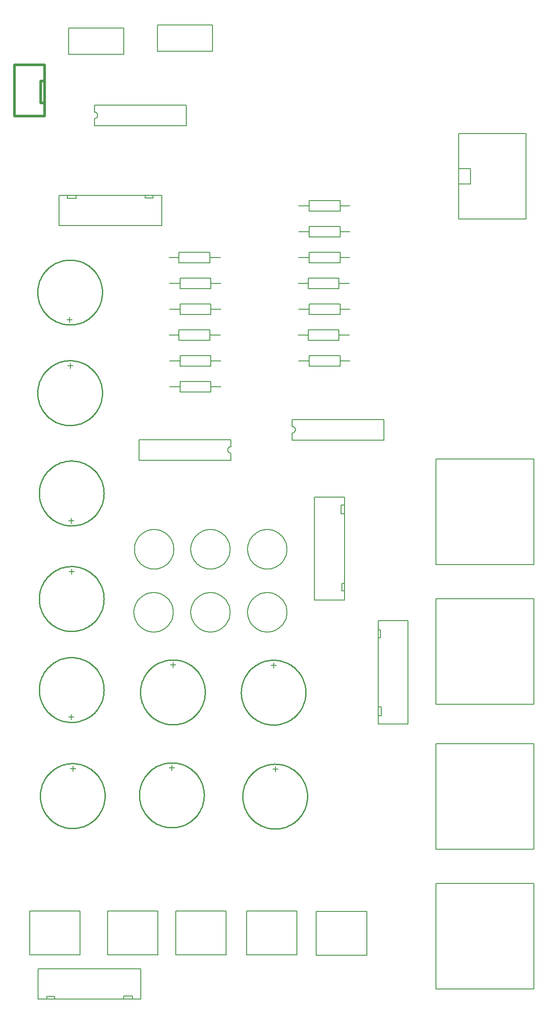
<source format=gm1>
G04*
G04 #@! TF.GenerationSoftware,Altium Limited,Altium Designer,20.2.6 (244)*
G04*
G04 Layer_Color=16711935*
%FSLAX25Y25*%
%MOIN*%
G70*
G04*
G04 #@! TF.SameCoordinates,D0101EB9-F9F5-49BF-87CF-733DA2BBE2A4*
G04*
G04*
G04 #@! TF.FilePolarity,Positive*
G04*
G01*
G75*
%ADD10C,0.01000*%
%ADD11C,0.00787*%
%ADD12C,0.01968*%
D10*
X638039Y546555D02*
X638019Y547554D01*
X637958Y548552D01*
X637857Y549546D01*
X637716Y550535D01*
X637535Y551518D01*
X637314Y552492D01*
X637053Y553457D01*
X636754Y554411D01*
X636417Y555351D01*
X636041Y556277D01*
X635629Y557188D01*
X635180Y558080D01*
X634695Y558954D01*
X634175Y559807D01*
X633621Y560639D01*
X633033Y561447D01*
X632413Y562231D01*
X631763Y562990D01*
X631081Y563721D01*
X630371Y564424D01*
X629633Y565097D01*
X628868Y565741D01*
X628078Y566352D01*
X627264Y566931D01*
X626427Y567477D01*
X625568Y567988D01*
X624689Y568465D01*
X623792Y568905D01*
X622878Y569308D01*
X621948Y569674D01*
X621004Y570002D01*
X620048Y570291D01*
X619080Y570542D01*
X618104Y570753D01*
X617119Y570924D01*
X616128Y571056D01*
X615133Y571147D01*
X614135Y571197D01*
X613136Y571207D01*
X612137Y571177D01*
X611140Y571106D01*
X610147Y570995D01*
X609160Y570844D01*
X608179Y570652D01*
X607206Y570422D01*
X606244Y570152D01*
X605294Y569843D01*
X604357Y569496D01*
X603435Y569111D01*
X602529Y568689D01*
X601641Y568231D01*
X600772Y567737D01*
X599924Y567208D01*
X599098Y566646D01*
X598295Y566050D01*
X597518Y565423D01*
X596766Y564764D01*
X596042Y564076D01*
X595346Y563359D01*
X594680Y562614D01*
X594044Y561842D01*
X593441Y561046D01*
X592870Y560226D01*
X592333Y559383D01*
X591830Y558519D01*
X591363Y557636D01*
X590932Y556735D01*
X590538Y555816D01*
X590181Y554883D01*
X589863Y553935D01*
X589583Y552976D01*
X589342Y552006D01*
X589141Y551027D01*
X588980Y550041D01*
X588859Y549049D01*
X588778Y548053D01*
X588737Y547055D01*
Y546055D01*
X588778Y545057D01*
X588859Y544061D01*
X588980Y543069D01*
X589141Y542083D01*
X589343Y541104D01*
X589583Y540134D01*
X589863Y539175D01*
X590181Y538228D01*
X590538Y537294D01*
X590932Y536376D01*
X591363Y535474D01*
X591830Y534591D01*
X592333Y533727D01*
X592870Y532884D01*
X593441Y532064D01*
X594044Y531268D01*
X594680Y530496D01*
X595346Y529751D01*
X596042Y529034D01*
X596766Y528346D01*
X597518Y527687D01*
X598295Y527060D01*
X599098Y526464D01*
X599924Y525902D01*
X600772Y525373D01*
X601641Y524879D01*
X602529Y524421D01*
X603435Y523999D01*
X604357Y523615D01*
X605294Y523267D01*
X606244Y522959D01*
X607206Y522689D01*
X608179Y522458D01*
X609160Y522266D01*
X610147Y522115D01*
X611140Y522004D01*
X612137Y521933D01*
X613136Y521903D01*
X614135Y521913D01*
X615133Y521964D01*
X616128Y522055D01*
X617119Y522186D01*
X618104Y522357D01*
X619080Y522568D01*
X620048Y522819D01*
X621004Y523108D01*
X621948Y523436D01*
X622878Y523802D01*
X623792Y524206D01*
X624689Y524646D01*
X625568Y525122D01*
X626427Y525633D01*
X627264Y526179D01*
X628078Y526758D01*
X628868Y527369D01*
X629633Y528013D01*
X630371Y528686D01*
X631081Y529389D01*
X631763Y530121D01*
X632413Y530879D01*
X633033Y531663D01*
X633621Y532471D01*
X634175Y533303D01*
X634695Y534156D01*
X635180Y535030D01*
X635629Y535923D01*
X636041Y536833D01*
X636417Y537759D01*
X636754Y538699D01*
X637053Y539653D01*
X637314Y540618D01*
X637535Y541592D01*
X637716Y542575D01*
X637857Y543564D01*
X637958Y544558D01*
X638019Y545556D01*
X638039Y546555D01*
X639220Y389862D02*
X639200Y390861D01*
X639139Y391859D01*
X639038Y392853D01*
X638897Y393842D01*
X638716Y394825D01*
X638495Y395799D01*
X638235Y396764D01*
X637935Y397718D01*
X637598Y398658D01*
X637222Y399585D01*
X636810Y400495D01*
X636361Y401387D01*
X635876Y402261D01*
X635356Y403114D01*
X634802Y403946D01*
X634214Y404754D01*
X633595Y405538D01*
X632944Y406297D01*
X632263Y407028D01*
X631552Y407731D01*
X630814Y408405D01*
X630050Y409048D01*
X629259Y409659D01*
X628445Y410239D01*
X627608Y410784D01*
X626749Y411296D01*
X625871Y411772D01*
X624973Y412212D01*
X624059Y412615D01*
X623129Y412981D01*
X622185Y413309D01*
X621229Y413598D01*
X620261Y413849D01*
X619285Y414060D01*
X618300Y414231D01*
X617310Y414363D01*
X616314Y414454D01*
X615316Y414504D01*
X614317Y414514D01*
X613318Y414484D01*
X612322Y414413D01*
X611328Y414302D01*
X610341Y414151D01*
X609360Y413960D01*
X608388Y413729D01*
X607425Y413459D01*
X606475Y413150D01*
X605538Y412803D01*
X604616Y412418D01*
X603710Y411996D01*
X602822Y411538D01*
X601953Y411044D01*
X601105Y410516D01*
X600279Y409953D01*
X599476Y409358D01*
X598699Y408730D01*
X597947Y408072D01*
X597223Y407383D01*
X596527Y406666D01*
X595861Y405921D01*
X595225Y405150D01*
X594622Y404353D01*
X594051Y403533D01*
X593514Y402690D01*
X593011Y401827D01*
X592544Y400943D01*
X592113Y400042D01*
X591719Y399123D01*
X591362Y398190D01*
X591044Y397242D01*
X590764Y396283D01*
X590524Y395313D01*
X590322Y394335D01*
X590161Y393348D01*
X590040Y392356D01*
X589959Y391360D01*
X589919Y390362D01*
Y389363D01*
X589959Y388364D01*
X590040Y387368D01*
X590161Y386376D01*
X590322Y385390D01*
X590524Y384411D01*
X590764Y383441D01*
X591044Y382482D01*
X591362Y381535D01*
X591719Y380601D01*
X592113Y379683D01*
X592544Y378781D01*
X593011Y377898D01*
X593514Y377034D01*
X594051Y376191D01*
X594622Y375371D01*
X595225Y374575D01*
X595861Y373803D01*
X596527Y373059D01*
X597223Y372341D01*
X597947Y371653D01*
X598699Y370994D01*
X599476Y370367D01*
X600279Y369771D01*
X601105Y369209D01*
X601953Y368680D01*
X602822Y368186D01*
X603710Y367728D01*
X604616Y367306D01*
X605538Y366922D01*
X606475Y366575D01*
X607425Y366266D01*
X608388Y365996D01*
X609360Y365765D01*
X610341Y365574D01*
X611328Y365422D01*
X612322Y365311D01*
X613318Y365240D01*
X614317Y365210D01*
X615316Y365220D01*
X616314Y365271D01*
X617310Y365362D01*
X618300Y365493D01*
X619285Y365664D01*
X620261Y365875D01*
X621229Y366126D01*
X622185Y366415D01*
X623129Y366743D01*
X624059Y367109D01*
X624973Y367513D01*
X625871Y367953D01*
X626749Y368429D01*
X627608Y368940D01*
X628445Y369486D01*
X629259Y370065D01*
X630050Y370677D01*
X630814Y371320D01*
X631552Y371993D01*
X632263Y372697D01*
X632944Y373428D01*
X633595Y374186D01*
X634214Y374970D01*
X634802Y375778D01*
X635356Y376610D01*
X635876Y377463D01*
X636361Y378337D01*
X636810Y379230D01*
X637222Y380140D01*
X637598Y381066D01*
X637935Y382007D01*
X638235Y382960D01*
X638495Y383925D01*
X638716Y384899D01*
X638897Y385882D01*
X639038Y386871D01*
X639139Y387866D01*
X639200Y388863D01*
X639220Y389862D01*
X638039Y623130D02*
X638019Y624129D01*
X637958Y625127D01*
X637857Y626121D01*
X637716Y627110D01*
X637535Y628093D01*
X637314Y629067D01*
X637053Y630032D01*
X636754Y630985D01*
X636417Y631926D01*
X636041Y632852D01*
X635629Y633762D01*
X635180Y634655D01*
X634695Y635529D01*
X634175Y636382D01*
X633620Y637214D01*
X633033Y638022D01*
X632413Y638806D01*
X631763Y639564D01*
X631081Y640296D01*
X630371Y640999D01*
X629633Y641672D01*
X628868Y642315D01*
X628078Y642927D01*
X627264Y643506D01*
X626427Y644052D01*
X625568Y644563D01*
X624689Y645039D01*
X623792Y645479D01*
X622878Y645883D01*
X621948Y646249D01*
X621004Y646577D01*
X620048Y646866D01*
X619080Y647117D01*
X618104Y647328D01*
X617119Y647499D01*
X616128Y647630D01*
X615133Y647721D01*
X614135Y647772D01*
X613136Y647782D01*
X612137Y647752D01*
X611140Y647681D01*
X610147Y647570D01*
X609159Y647418D01*
X608179Y647227D01*
X607206Y646996D01*
X606244Y646726D01*
X605294Y646418D01*
X604357Y646070D01*
X603434Y645686D01*
X602528Y645264D01*
X601640Y644806D01*
X600772Y644312D01*
X599924Y643783D01*
X599098Y643221D01*
X598295Y642625D01*
X597518Y641998D01*
X596766Y641339D01*
X596042Y640651D01*
X595346Y639933D01*
X594680Y639188D01*
X594044Y638417D01*
X593441Y637621D01*
X592870Y636801D01*
X592333Y635958D01*
X591830Y635094D01*
X591363Y634211D01*
X590932Y633309D01*
X590538Y632391D01*
X590181Y631458D01*
X589863Y630510D01*
X589583Y629551D01*
X589342Y628581D01*
X589141Y627602D01*
X588980Y626616D01*
X588859Y625624D01*
X588778Y624628D01*
X588737Y623630D01*
Y622630D01*
X588778Y621632D01*
X588859Y620636D01*
X588980Y619644D01*
X589141Y618658D01*
X589342Y617679D01*
X589583Y616709D01*
X589863Y615750D01*
X590181Y614802D01*
X590538Y613869D01*
X590932Y612951D01*
X591363Y612049D01*
X591830Y611166D01*
X592333Y610302D01*
X592870Y609459D01*
X593441Y608639D01*
X594044Y607842D01*
X594680Y607071D01*
X595346Y606326D01*
X596042Y605609D01*
X596766Y604921D01*
X597518Y604262D01*
X598295Y603635D01*
X599098Y603039D01*
X599924Y602476D01*
X600772Y601948D01*
X601641Y601454D01*
X602529Y600996D01*
X603435Y600574D01*
X604357Y600189D01*
X605294Y599842D01*
X606244Y599533D01*
X607206Y599263D01*
X608179Y599033D01*
X609160Y598841D01*
X610147Y598690D01*
X611140Y598579D01*
X612137Y598508D01*
X613136Y598478D01*
X614135Y598488D01*
X615133Y598538D01*
X616128Y598630D01*
X617119Y598761D01*
X618104Y598932D01*
X619080Y599143D01*
X620048Y599394D01*
X621004Y599683D01*
X621948Y600011D01*
X622878Y600377D01*
X623792Y600780D01*
X624689Y601221D01*
X625568Y601697D01*
X626427Y602208D01*
X627264Y602754D01*
X628078Y603333D01*
X628868Y603944D01*
X629633Y604588D01*
X630371Y605261D01*
X631081Y605964D01*
X631763Y606696D01*
X632413Y607454D01*
X633033Y608238D01*
X633620Y609046D01*
X634175Y609878D01*
X634694Y610731D01*
X635180Y611605D01*
X635629Y612498D01*
X636041Y613408D01*
X636417Y614334D01*
X636754Y615274D01*
X637053Y616228D01*
X637314Y617193D01*
X637535Y618167D01*
X637716Y619150D01*
X637857Y620139D01*
X637958Y621133D01*
X638019Y622131D01*
X638039Y623130D01*
X639220Y320571D02*
X639200Y321570D01*
X639139Y322567D01*
X639038Y323562D01*
X638897Y324551D01*
X638716Y325534D01*
X638495Y326508D01*
X638235Y327473D01*
X637935Y328426D01*
X637598Y329367D01*
X637222Y330293D01*
X636810Y331203D01*
X636361Y332096D01*
X635876Y332970D01*
X635356Y333823D01*
X634802Y334655D01*
X634214Y335463D01*
X633595Y336247D01*
X632944Y337005D01*
X632263Y337737D01*
X631552Y338439D01*
X630814Y339113D01*
X630050Y339756D01*
X629259Y340368D01*
X628445Y340947D01*
X627608Y341493D01*
X626749Y342004D01*
X625871Y342480D01*
X624973Y342920D01*
X624059Y343324D01*
X623129Y343690D01*
X622185Y344018D01*
X621229Y344307D01*
X620261Y344558D01*
X619285Y344769D01*
X618300Y344940D01*
X617310Y345071D01*
X616314Y345162D01*
X615316Y345213D01*
X614317Y345223D01*
X613318Y345193D01*
X612322Y345122D01*
X611328Y345011D01*
X610341Y344859D01*
X609360Y344668D01*
X608388Y344437D01*
X607425Y344167D01*
X606475Y343859D01*
X605538Y343512D01*
X604616Y343127D01*
X603710Y342705D01*
X602822Y342247D01*
X601953Y341753D01*
X601105Y341224D01*
X600279Y340662D01*
X599476Y340066D01*
X598699Y339439D01*
X597947Y338780D01*
X597223Y338092D01*
X596527Y337374D01*
X595861Y336630D01*
X595225Y335858D01*
X594622Y335062D01*
X594051Y334242D01*
X593514Y333399D01*
X593011Y332535D01*
X592544Y331652D01*
X592113Y330750D01*
X591719Y329832D01*
X591362Y328898D01*
X591044Y327951D01*
X590764Y326992D01*
X590524Y326022D01*
X590322Y325043D01*
X590161Y324057D01*
X590040Y323065D01*
X589959Y322069D01*
X589919Y321071D01*
Y320071D01*
X589959Y319073D01*
X590040Y318077D01*
X590161Y317085D01*
X590322Y316098D01*
X590524Y315120D01*
X590764Y314150D01*
X591044Y313191D01*
X591362Y312243D01*
X591719Y311310D01*
X592113Y310391D01*
X592544Y309490D01*
X593011Y308606D01*
X593514Y307743D01*
X594051Y306900D01*
X594622Y306080D01*
X595225Y305283D01*
X595861Y304512D01*
X596527Y303767D01*
X597223Y303050D01*
X597947Y302362D01*
X598699Y301703D01*
X599476Y301075D01*
X600279Y300480D01*
X601105Y299917D01*
X601953Y299389D01*
X602822Y298895D01*
X603710Y298437D01*
X604616Y298015D01*
X605538Y297630D01*
X606475Y297283D01*
X607425Y296974D01*
X608388Y296704D01*
X609360Y296474D01*
X610341Y296282D01*
X611329Y296131D01*
X612322Y296020D01*
X613318Y295949D01*
X614317Y295919D01*
X615316Y295929D01*
X616314Y295979D01*
X617310Y296070D01*
X618300Y296202D01*
X619285Y296373D01*
X620261Y296584D01*
X621229Y296834D01*
X622185Y297124D01*
X623129Y297452D01*
X624059Y297818D01*
X624973Y298221D01*
X625871Y298661D01*
X626749Y299137D01*
X627608Y299649D01*
X628445Y300195D01*
X629259Y300774D01*
X630050Y301385D01*
X630814Y302028D01*
X631552Y302702D01*
X632263Y303405D01*
X632944Y304136D01*
X633595Y304895D01*
X634214Y305679D01*
X634802Y306487D01*
X635356Y307319D01*
X635876Y308172D01*
X636361Y309046D01*
X636810Y309938D01*
X637222Y310849D01*
X637598Y311775D01*
X637935Y312715D01*
X638235Y313669D01*
X638495Y314633D01*
X638716Y315608D01*
X638897Y316591D01*
X639038Y317580D01*
X639139Y318574D01*
X639200Y319572D01*
X639220Y320571D01*
Y470177D02*
X639200Y471176D01*
X639139Y472174D01*
X639038Y473168D01*
X638897Y474157D01*
X638716Y475140D01*
X638495Y476114D01*
X638235Y477079D01*
X637935Y478033D01*
X637598Y478973D01*
X637222Y479899D01*
X636810Y480810D01*
X636361Y481702D01*
X635876Y482576D01*
X635356Y483429D01*
X634802Y484261D01*
X634214Y485069D01*
X633595Y485853D01*
X632944Y486612D01*
X632263Y487343D01*
X631552Y488046D01*
X630814Y488720D01*
X630050Y489363D01*
X629259Y489974D01*
X628445Y490554D01*
X627608Y491099D01*
X626749Y491610D01*
X625871Y492087D01*
X624973Y492527D01*
X624059Y492930D01*
X623129Y493296D01*
X622185Y493624D01*
X621229Y493914D01*
X620261Y494164D01*
X619285Y494375D01*
X618300Y494546D01*
X617310Y494678D01*
X616314Y494769D01*
X615316Y494819D01*
X614317Y494829D01*
X613318Y494799D01*
X612322Y494728D01*
X611328Y494617D01*
X610341Y494466D01*
X609360Y494275D01*
X608388Y494044D01*
X607425Y493774D01*
X606475Y493465D01*
X605538Y493118D01*
X604616Y492733D01*
X603710Y492311D01*
X602822Y491853D01*
X601953Y491359D01*
X601105Y490831D01*
X600279Y490268D01*
X599476Y489673D01*
X598699Y489045D01*
X597947Y488386D01*
X597223Y487698D01*
X596527Y486981D01*
X595861Y486236D01*
X595225Y485464D01*
X594622Y484668D01*
X594051Y483848D01*
X593514Y483005D01*
X593011Y482141D01*
X592544Y481258D01*
X592113Y480357D01*
X591719Y479438D01*
X591362Y478505D01*
X591044Y477558D01*
X590764Y476598D01*
X590524Y475628D01*
X590322Y474649D01*
X590161Y473663D01*
X590040Y472671D01*
X589959Y471675D01*
X589919Y470677D01*
Y469677D01*
X589959Y468679D01*
X590040Y467683D01*
X590161Y466691D01*
X590322Y465705D01*
X590524Y464726D01*
X590764Y463756D01*
X591044Y462797D01*
X591362Y461849D01*
X591719Y460916D01*
X592113Y459998D01*
X592544Y459096D01*
X593011Y458213D01*
X593514Y457349D01*
X594051Y456506D01*
X594622Y455686D01*
X595225Y454890D01*
X595861Y454118D01*
X596527Y453374D01*
X597223Y452656D01*
X597947Y451968D01*
X598699Y451309D01*
X599476Y450682D01*
X600279Y450086D01*
X601105Y449524D01*
X601953Y448995D01*
X602822Y448501D01*
X603710Y448043D01*
X604616Y447621D01*
X605538Y447236D01*
X606475Y446889D01*
X607425Y446581D01*
X608388Y446311D01*
X609360Y446080D01*
X610341Y445889D01*
X611329Y445737D01*
X612322Y445626D01*
X613318Y445555D01*
X614317Y445525D01*
X615316Y445535D01*
X616314Y445586D01*
X617310Y445677D01*
X618300Y445808D01*
X619285Y445979D01*
X620261Y446190D01*
X621229Y446441D01*
X622185Y446730D01*
X623129Y447058D01*
X624059Y447424D01*
X624973Y447828D01*
X625871Y448268D01*
X626749Y448744D01*
X627608Y449255D01*
X628445Y449801D01*
X629259Y450380D01*
X630050Y450992D01*
X630814Y451635D01*
X631552Y452309D01*
X632263Y453012D01*
X632944Y453743D01*
X633595Y454501D01*
X634214Y455285D01*
X634802Y456093D01*
X635356Y456925D01*
X635876Y457778D01*
X636361Y458652D01*
X636810Y459545D01*
X637222Y460455D01*
X637598Y461381D01*
X637935Y462322D01*
X638235Y463275D01*
X638495Y464240D01*
X638716Y465214D01*
X638897Y466197D01*
X639038Y467186D01*
X639139Y468181D01*
X639200Y469178D01*
X639220Y470177D01*
X640008Y239862D02*
X639988Y240861D01*
X639927Y241859D01*
X639826Y242853D01*
X639684Y243842D01*
X639503Y244825D01*
X639282Y245799D01*
X639022Y246764D01*
X638723Y247718D01*
X638385Y248658D01*
X638010Y249585D01*
X637597Y250495D01*
X637148Y251387D01*
X636663Y252261D01*
X636143Y253114D01*
X635589Y253946D01*
X635002Y254754D01*
X634382Y255538D01*
X633731Y256297D01*
X633050Y257028D01*
X632340Y257731D01*
X631602Y258405D01*
X630837Y259048D01*
X630047Y259660D01*
X629232Y260239D01*
X628395Y260784D01*
X627537Y261296D01*
X626658Y261772D01*
X625761Y262212D01*
X624847Y262615D01*
X623917Y262981D01*
X622973Y263309D01*
X622016Y263599D01*
X621049Y263849D01*
X620072Y264060D01*
X619088Y264231D01*
X618097Y264363D01*
X617102Y264454D01*
X616104Y264504D01*
X615104Y264514D01*
X614106Y264484D01*
X613109Y264413D01*
X612116Y264302D01*
X611128Y264151D01*
X610147Y263960D01*
X609175Y263729D01*
X608213Y263459D01*
X607262Y263150D01*
X606325Y262803D01*
X605403Y262418D01*
X604497Y261996D01*
X603609Y261538D01*
X602740Y261044D01*
X601892Y260516D01*
X601066Y259953D01*
X600264Y259358D01*
X599486Y258730D01*
X598735Y258071D01*
X598010Y257383D01*
X597315Y256666D01*
X596648Y255921D01*
X596013Y255150D01*
X595409Y254353D01*
X594838Y253533D01*
X594301Y252690D01*
X593799Y251827D01*
X593331Y250943D01*
X592901Y250042D01*
X592507Y249123D01*
X592150Y248190D01*
X591831Y247243D01*
X591552Y246283D01*
X591311Y245313D01*
X591110Y244335D01*
X590949Y243348D01*
X590827Y242356D01*
X590746Y241360D01*
X590706Y240362D01*
Y239363D01*
X590746Y238364D01*
X590827Y237368D01*
X590949Y236376D01*
X591110Y235390D01*
X591311Y234411D01*
X591552Y233441D01*
X591831Y232482D01*
X592150Y231535D01*
X592507Y230601D01*
X592901Y229683D01*
X593332Y228781D01*
X593799Y227898D01*
X594301Y227034D01*
X594838Y226191D01*
X595409Y225371D01*
X596013Y224575D01*
X596648Y223804D01*
X597315Y223059D01*
X598010Y222341D01*
X598735Y221653D01*
X599486Y220994D01*
X600264Y220367D01*
X601066Y219771D01*
X601892Y219209D01*
X602740Y218680D01*
X603609Y218186D01*
X604497Y217728D01*
X605403Y217306D01*
X606325Y216922D01*
X607263Y216575D01*
X608213Y216266D01*
X609175Y215996D01*
X610147Y215765D01*
X611128Y215574D01*
X612116Y215422D01*
X613109Y215311D01*
X614106Y215240D01*
X615105Y215210D01*
X616104Y215220D01*
X617102Y215271D01*
X618097Y215362D01*
X619088Y215493D01*
X620072Y215664D01*
X621049Y215875D01*
X622016Y216126D01*
X622973Y216415D01*
X623917Y216743D01*
X624847Y217109D01*
X625761Y217513D01*
X626658Y217953D01*
X627537Y218429D01*
X628395Y218940D01*
X629232Y219486D01*
X630047Y220065D01*
X630837Y220677D01*
X631602Y221320D01*
X632340Y221994D01*
X633050Y222697D01*
X633731Y223428D01*
X634382Y224186D01*
X635002Y224970D01*
X635589Y225779D01*
X636143Y226610D01*
X636663Y227463D01*
X637148Y228337D01*
X637597Y229230D01*
X638010Y230140D01*
X638385Y231066D01*
X638723Y232007D01*
X639022Y232960D01*
X639282Y233925D01*
X639503Y234899D01*
X639684Y235882D01*
X639826Y236871D01*
X639927Y237866D01*
X639988Y238863D01*
X640008Y239862D01*
X716385Y318799D02*
X716364Y319798D01*
X716303Y320796D01*
X716202Y321790D01*
X716061Y322779D01*
X715880Y323762D01*
X715659Y324736D01*
X715399Y325701D01*
X715099Y326655D01*
X714762Y327595D01*
X714387Y328521D01*
X713974Y329431D01*
X713525Y330324D01*
X713040Y331198D01*
X712520Y332051D01*
X711966Y332883D01*
X711378Y333691D01*
X710759Y334475D01*
X710108Y335233D01*
X709427Y335965D01*
X708716Y336668D01*
X707978Y337341D01*
X707214Y337984D01*
X706423Y338596D01*
X705609Y339175D01*
X704772Y339721D01*
X703913Y340232D01*
X703035Y340708D01*
X702137Y341148D01*
X701223Y341552D01*
X700293Y341918D01*
X699349Y342246D01*
X698393Y342535D01*
X697426Y342786D01*
X696449Y342997D01*
X695464Y343168D01*
X694474Y343300D01*
X693478Y343390D01*
X692480Y343441D01*
X691481Y343451D01*
X690482Y343421D01*
X689486Y343350D01*
X688492Y343239D01*
X687505Y343088D01*
X686524Y342896D01*
X685552Y342666D01*
X684589Y342395D01*
X683639Y342087D01*
X682702Y341740D01*
X681780Y341355D01*
X680874Y340933D01*
X679986Y340475D01*
X679117Y339981D01*
X678269Y339453D01*
X677443Y338890D01*
X676641Y338294D01*
X675863Y337667D01*
X675111Y337008D01*
X674387Y336320D01*
X673691Y335602D01*
X673025Y334858D01*
X672390Y334086D01*
X671786Y333290D01*
X671215Y332470D01*
X670678Y331627D01*
X670175Y330763D01*
X669708Y329880D01*
X669277Y328978D01*
X668883Y328060D01*
X668527Y327127D01*
X668208Y326179D01*
X667928Y325220D01*
X667688Y324250D01*
X667487Y323271D01*
X667325Y322285D01*
X667204Y321293D01*
X667123Y320297D01*
X667083Y319299D01*
Y318299D01*
X667123Y317301D01*
X667204Y316305D01*
X667325Y315313D01*
X667487Y314327D01*
X667688Y313348D01*
X667928Y312378D01*
X668208Y311419D01*
X668527Y310471D01*
X668883Y309538D01*
X669277Y308619D01*
X669708Y307718D01*
X670175Y306835D01*
X670678Y305971D01*
X671215Y305128D01*
X671786Y304308D01*
X672390Y303512D01*
X673025Y302740D01*
X673691Y301995D01*
X674387Y301278D01*
X675111Y300590D01*
X675863Y299931D01*
X676641Y299304D01*
X677443Y298708D01*
X678269Y298146D01*
X679117Y297617D01*
X679986Y297123D01*
X680874Y296665D01*
X681780Y296243D01*
X682702Y295858D01*
X683639Y295511D01*
X684589Y295202D01*
X685552Y294933D01*
X686524Y294702D01*
X687505Y294510D01*
X688493Y294359D01*
X689486Y294248D01*
X690482Y294177D01*
X691481Y294147D01*
X692481Y294157D01*
X693478Y294208D01*
X694474Y294299D01*
X695464Y294430D01*
X696449Y294601D01*
X697426Y294812D01*
X698393Y295063D01*
X699349Y295352D01*
X700293Y295680D01*
X701223Y296046D01*
X702138Y296449D01*
X703035Y296890D01*
X703913Y297366D01*
X704772Y297877D01*
X705609Y298423D01*
X706423Y299002D01*
X707214Y299613D01*
X707978Y300257D01*
X708716Y300930D01*
X709427Y301633D01*
X710108Y302365D01*
X710759Y303123D01*
X711378Y303907D01*
X711966Y304715D01*
X712520Y305547D01*
X713040Y306400D01*
X713525Y307274D01*
X713974Y308167D01*
X714387Y309077D01*
X714762Y310003D01*
X715099Y310943D01*
X715399Y311897D01*
X715659Y312862D01*
X715880Y313836D01*
X716061Y314819D01*
X716202Y315808D01*
X716303Y316802D01*
X716364Y317800D01*
X716385Y318799D01*
X794337Y239468D02*
X794317Y240468D01*
X794256Y241465D01*
X794155Y242459D01*
X794014Y243448D01*
X793833Y244431D01*
X793612Y245406D01*
X793352Y246370D01*
X793052Y247324D01*
X792715Y248265D01*
X792339Y249191D01*
X791927Y250101D01*
X791478Y250993D01*
X790993Y251867D01*
X790473Y252720D01*
X789919Y253552D01*
X789331Y254361D01*
X788712Y255145D01*
X788061Y255903D01*
X787380Y256634D01*
X786669Y257337D01*
X785931Y258011D01*
X785166Y258654D01*
X784376Y259266D01*
X783562Y259845D01*
X782725Y260390D01*
X781866Y260902D01*
X780987Y261378D01*
X780090Y261818D01*
X779176Y262221D01*
X778246Y262587D01*
X777302Y262915D01*
X776346Y263205D01*
X775378Y263455D01*
X774402Y263666D01*
X773417Y263838D01*
X772426Y263969D01*
X771431Y264060D01*
X770433Y264110D01*
X769434Y264121D01*
X768435Y264090D01*
X767438Y264019D01*
X766445Y263908D01*
X765457Y263757D01*
X764477Y263566D01*
X763504Y263335D01*
X762542Y263065D01*
X761592Y262756D01*
X760655Y262409D01*
X759732Y262024D01*
X758827Y261602D01*
X757938Y261144D01*
X757070Y260650D01*
X756222Y260122D01*
X755396Y259559D01*
X754593Y258964D01*
X753816Y258336D01*
X753064Y257678D01*
X752340Y256989D01*
X751644Y256272D01*
X750978Y255527D01*
X750342Y254756D01*
X749739Y253959D01*
X749168Y253139D01*
X748631Y252296D01*
X748128Y251433D01*
X747661Y250549D01*
X747230Y249648D01*
X746836Y248729D01*
X746479Y247796D01*
X746161Y246849D01*
X745881Y245889D01*
X745641Y244919D01*
X745439Y243941D01*
X745278Y242954D01*
X745157Y241963D01*
X745076Y240966D01*
X745035Y239968D01*
Y238969D01*
X745076Y237970D01*
X745157Y236974D01*
X745278Y235982D01*
X745439Y234996D01*
X745641Y234017D01*
X745881Y233047D01*
X746161Y232088D01*
X746479Y231141D01*
X746836Y230207D01*
X747230Y229289D01*
X747661Y228387D01*
X748128Y227504D01*
X748631Y226640D01*
X749168Y225798D01*
X749739Y224977D01*
X750342Y224181D01*
X750978Y223410D01*
X751644Y222665D01*
X752340Y221948D01*
X753064Y221259D01*
X753816Y220601D01*
X754593Y219973D01*
X755396Y219377D01*
X756222Y218815D01*
X757070Y218286D01*
X757939Y217793D01*
X758827Y217334D01*
X759733Y216913D01*
X760655Y216528D01*
X761592Y216181D01*
X762542Y215872D01*
X763505Y215602D01*
X764477Y215371D01*
X765458Y215180D01*
X766445Y215029D01*
X767439Y214917D01*
X768435Y214846D01*
X769434Y214816D01*
X770433Y214826D01*
X771431Y214877D01*
X772427Y214968D01*
X773417Y215099D01*
X774402Y215270D01*
X775378Y215482D01*
X776346Y215732D01*
X777302Y216021D01*
X778246Y216350D01*
X779176Y216716D01*
X780090Y217119D01*
X780988Y217559D01*
X781866Y218035D01*
X782725Y218546D01*
X783562Y219092D01*
X784376Y219671D01*
X785166Y220283D01*
X785931Y220926D01*
X786669Y221600D01*
X787380Y222303D01*
X788061Y223034D01*
X788712Y223792D01*
X789331Y224576D01*
X789919Y225385D01*
X790473Y226216D01*
X790993Y227069D01*
X791478Y227943D01*
X791927Y228836D01*
X792339Y229746D01*
X792715Y230672D01*
X793052Y231613D01*
X793351Y232566D01*
X793612Y233531D01*
X793833Y234506D01*
X794014Y235488D01*
X794155Y236478D01*
X794256Y237472D01*
X794317Y238469D01*
X794337Y239468D01*
X715597Y240453D02*
X715577Y241452D01*
X715516Y242449D01*
X715415Y243443D01*
X715274Y244433D01*
X715093Y245415D01*
X714872Y246390D01*
X714611Y247355D01*
X714312Y248308D01*
X713975Y249249D01*
X713599Y250175D01*
X713187Y251085D01*
X712737Y251978D01*
X712253Y252852D01*
X711732Y253705D01*
X711178Y254537D01*
X710591Y255345D01*
X709971Y256129D01*
X709320Y256887D01*
X708639Y257618D01*
X707929Y258321D01*
X707191Y258995D01*
X706426Y259638D01*
X705636Y260250D01*
X704822Y260829D01*
X703984Y261375D01*
X703126Y261886D01*
X702247Y262362D01*
X701350Y262802D01*
X700436Y263206D01*
X699506Y263572D01*
X698562Y263899D01*
X697606Y264189D01*
X696638Y264440D01*
X695661Y264651D01*
X694677Y264822D01*
X693686Y264953D01*
X692691Y265044D01*
X691693Y265095D01*
X690694Y265105D01*
X689695Y265074D01*
X688698Y265004D01*
X687705Y264893D01*
X686717Y264741D01*
X685737Y264550D01*
X684764Y264319D01*
X683802Y264049D01*
X682852Y263740D01*
X681915Y263393D01*
X680992Y263008D01*
X680086Y262587D01*
X679198Y262128D01*
X678330Y261635D01*
X677482Y261106D01*
X676656Y260544D01*
X675853Y259948D01*
X675075Y259320D01*
X674324Y258662D01*
X673600Y257974D01*
X672904Y257256D01*
X672238Y256511D01*
X671602Y255740D01*
X670999Y254944D01*
X670428Y254123D01*
X669890Y253281D01*
X669388Y252417D01*
X668921Y251534D01*
X668490Y250632D01*
X668096Y249714D01*
X667739Y248780D01*
X667421Y247833D01*
X667141Y246874D01*
X666900Y245904D01*
X666699Y244925D01*
X666538Y243939D01*
X666417Y242947D01*
X666336Y241951D01*
X666295Y240952D01*
Y239953D01*
X666336Y238954D01*
X666417Y237959D01*
X666538Y236967D01*
X666699Y235980D01*
X666900Y235001D01*
X667141Y234032D01*
X667421Y233072D01*
X667739Y232125D01*
X668096Y231191D01*
X668490Y230273D01*
X668921Y229372D01*
X669388Y228488D01*
X669891Y227625D01*
X670428Y226782D01*
X670999Y225962D01*
X671602Y225165D01*
X672238Y224394D01*
X672904Y223649D01*
X673600Y222932D01*
X674324Y222243D01*
X675075Y221585D01*
X675853Y220957D01*
X676656Y220362D01*
X677482Y219799D01*
X678330Y219271D01*
X679198Y218777D01*
X680087Y218319D01*
X680992Y217897D01*
X681915Y217512D01*
X682852Y217165D01*
X683802Y216856D01*
X684764Y216586D01*
X685737Y216355D01*
X686717Y216164D01*
X687705Y216013D01*
X688698Y215902D01*
X689695Y215831D01*
X690694Y215800D01*
X691693Y215811D01*
X692691Y215861D01*
X693686Y215952D01*
X694677Y216084D01*
X695661Y216255D01*
X696638Y216466D01*
X697606Y216716D01*
X698562Y217006D01*
X699506Y217334D01*
X700436Y217700D01*
X701350Y218103D01*
X702247Y218543D01*
X703126Y219019D01*
X703984Y219531D01*
X704822Y220076D01*
X705636Y220655D01*
X706426Y221267D01*
X707191Y221910D01*
X707929Y222584D01*
X708639Y223287D01*
X709320Y224018D01*
X709971Y224777D01*
X710591Y225560D01*
X711178Y226369D01*
X711732Y227201D01*
X712252Y228054D01*
X712737Y228928D01*
X713187Y229820D01*
X713599Y230730D01*
X713975Y231657D01*
X714312Y232597D01*
X714611Y233551D01*
X714872Y234515D01*
X715093Y235490D01*
X715274Y236473D01*
X715415Y237462D01*
X715516Y238456D01*
X715577Y239454D01*
X715597Y240453D01*
X793157Y318602D02*
X793137Y319601D01*
X793077Y320599D01*
X792975Y321593D01*
X792834Y322582D01*
X792653Y323565D01*
X792432Y324540D01*
X792172Y325504D01*
X791873Y326458D01*
X791535Y327398D01*
X791159Y328325D01*
X790747Y329235D01*
X790298Y330127D01*
X789813Y331001D01*
X789293Y331854D01*
X788739Y332686D01*
X788151Y333494D01*
X787532Y334278D01*
X786881Y335037D01*
X786200Y335768D01*
X785490Y336471D01*
X784751Y337145D01*
X783987Y337788D01*
X783196Y338400D01*
X782382Y338979D01*
X781545Y339524D01*
X780686Y340036D01*
X779808Y340512D01*
X778910Y340952D01*
X777996Y341355D01*
X777066Y341721D01*
X776122Y342049D01*
X775166Y342339D01*
X774198Y342589D01*
X773222Y342800D01*
X772237Y342971D01*
X771247Y343103D01*
X770251Y343194D01*
X769253Y343244D01*
X768254Y343254D01*
X767255Y343224D01*
X766259Y343153D01*
X765265Y343042D01*
X764278Y342891D01*
X763297Y342700D01*
X762325Y342469D01*
X761362Y342199D01*
X760412Y341890D01*
X759475Y341543D01*
X758553Y341158D01*
X757647Y340736D01*
X756759Y340278D01*
X755890Y339784D01*
X755042Y339256D01*
X754216Y338693D01*
X753413Y338098D01*
X752636Y337470D01*
X751884Y336811D01*
X751160Y336123D01*
X750464Y335406D01*
X749798Y334661D01*
X749163Y333890D01*
X748559Y333093D01*
X747988Y332273D01*
X747451Y331430D01*
X746948Y330567D01*
X746481Y329683D01*
X746050Y328782D01*
X745656Y327863D01*
X745300Y326930D01*
X744981Y325983D01*
X744701Y325023D01*
X744461Y324053D01*
X744260Y323075D01*
X744098Y322088D01*
X743977Y321096D01*
X743896Y320100D01*
X743856Y319102D01*
Y318103D01*
X743896Y317104D01*
X743977Y316108D01*
X744098Y315116D01*
X744260Y314130D01*
X744461Y313151D01*
X744701Y312181D01*
X744981Y311222D01*
X745300Y310275D01*
X745656Y309341D01*
X746050Y308423D01*
X746481Y307521D01*
X746948Y306638D01*
X747451Y305774D01*
X747988Y304931D01*
X748559Y304111D01*
X749163Y303315D01*
X749798Y302544D01*
X750464Y301799D01*
X751160Y301081D01*
X751884Y300393D01*
X752636Y299734D01*
X753413Y299107D01*
X754216Y298511D01*
X755042Y297949D01*
X755890Y297420D01*
X756759Y296926D01*
X757647Y296468D01*
X758553Y296046D01*
X759475Y295662D01*
X760412Y295315D01*
X761363Y295006D01*
X762325Y294736D01*
X763297Y294505D01*
X764278Y294314D01*
X765266Y294162D01*
X766259Y294051D01*
X767255Y293980D01*
X768254Y293950D01*
X769253Y293960D01*
X770252Y294011D01*
X771247Y294102D01*
X772237Y294233D01*
X773222Y294404D01*
X774199Y294616D01*
X775166Y294866D01*
X776122Y295155D01*
X777066Y295483D01*
X777996Y295849D01*
X778910Y296253D01*
X779808Y296693D01*
X780686Y297169D01*
X781545Y297680D01*
X782382Y298226D01*
X783196Y298805D01*
X783987Y299417D01*
X784751Y300060D01*
X785490Y300734D01*
X786200Y301437D01*
X786881Y302168D01*
X787532Y302926D01*
X788151Y303710D01*
X788739Y304519D01*
X789293Y305350D01*
X789813Y306204D01*
X790298Y307077D01*
X790747Y307970D01*
X791159Y308880D01*
X791535Y309806D01*
X791873Y310747D01*
X792172Y311700D01*
X792432Y312665D01*
X792653Y313639D01*
X792834Y314622D01*
X792975Y315612D01*
X793077Y316606D01*
X793137Y317603D01*
X793157Y318602D01*
D11*
X631929Y755374D02*
X632886Y755564D01*
X633697Y756106D01*
X634239Y756917D01*
X634429Y757874D01*
X634239Y758831D01*
X633697Y759642D01*
X632886Y760184D01*
X631929Y760374D01*
X735472Y427559D02*
X735439Y428561D01*
X735339Y429558D01*
X735172Y430547D01*
X734939Y431522D01*
X734643Y432479D01*
X734282Y433415D01*
X733860Y434324D01*
X733379Y435203D01*
X732839Y436048D01*
X732244Y436855D01*
X731597Y437621D01*
X730900Y438342D01*
X730157Y439014D01*
X729370Y439635D01*
X728544Y440203D01*
X727681Y440713D01*
X726787Y441165D01*
X725864Y441557D01*
X724917Y441886D01*
X723950Y442150D01*
X722967Y442350D01*
X721974Y442484D01*
X720974Y442551D01*
X719971D01*
X718971Y442484D01*
X717978Y442350D01*
X716995Y442150D01*
X716028Y441886D01*
X715081Y441557D01*
X714158Y441165D01*
X713264Y440713D01*
X712401Y440203D01*
X711575Y439635D01*
X710788Y439014D01*
X710045Y438342D01*
X709348Y437621D01*
X708701Y436855D01*
X708106Y436048D01*
X707566Y435203D01*
X707085Y434324D01*
X706663Y433415D01*
X706302Y432479D01*
X706005Y431522D01*
X705773Y430547D01*
X705606Y429558D01*
X705506Y428561D01*
X705473Y427559D01*
X705506Y426557D01*
X705606Y425560D01*
X705773Y424571D01*
X706005Y423596D01*
X706302Y422639D01*
X706663Y421703D01*
X707085Y420794D01*
X707566Y419915D01*
X708106Y419070D01*
X708701Y418263D01*
X709348Y417497D01*
X710045Y416777D01*
X710788Y416104D01*
X711575Y415483D01*
X712401Y414916D01*
X713264Y414405D01*
X714158Y413953D01*
X715081Y413561D01*
X716028Y413233D01*
X716995Y412968D01*
X717978Y412768D01*
X718971Y412635D01*
X719971Y412568D01*
X720974D01*
X721974Y412635D01*
X722967Y412768D01*
X723950Y412968D01*
X724917Y413233D01*
X725864Y413561D01*
X726786Y413953D01*
X727681Y414405D01*
X728544Y414916D01*
X729370Y415483D01*
X730157Y416104D01*
X730900Y416777D01*
X731597Y417497D01*
X732244Y418263D01*
X732839Y419070D01*
X733378Y419915D01*
X733860Y420794D01*
X734282Y421703D01*
X734643Y422639D01*
X734939Y423596D01*
X735172Y424571D01*
X735339Y425560D01*
X735439Y426557D01*
X735472Y427559D01*
X692559Y427559D02*
X692525Y428561D01*
X692425Y429558D01*
X692259Y430547D01*
X692026Y431522D01*
X691729Y432479D01*
X691369Y433415D01*
X690947Y434324D01*
X690465Y435203D01*
X689926Y436048D01*
X689331Y436855D01*
X688684Y437621D01*
X687987Y438342D01*
X687244Y439014D01*
X686457Y439635D01*
X685630Y440203D01*
X684768Y440713D01*
X683873Y441165D01*
X682950Y441557D01*
X682003Y441886D01*
X681036Y442150D01*
X680054Y442350D01*
X679061Y442484D01*
X678060Y442551D01*
X677058D01*
X676058Y442484D01*
X675064Y442350D01*
X674082Y442150D01*
X673115Y441886D01*
X672168Y441557D01*
X671245Y441165D01*
X670350Y440713D01*
X669488Y440203D01*
X668661Y439635D01*
X667875Y439014D01*
X667131Y438342D01*
X666434Y437621D01*
X665787Y436855D01*
X665192Y436048D01*
X664653Y435203D01*
X664171Y434324D01*
X663749Y433415D01*
X663389Y432479D01*
X663092Y431522D01*
X662860Y430547D01*
X662693Y429558D01*
X662593Y428561D01*
X662559Y427559D01*
X662593Y426557D01*
X662693Y425560D01*
X662860Y424571D01*
X663092Y423596D01*
X663389Y422639D01*
X663749Y421703D01*
X664171Y420794D01*
X664653Y419915D01*
X665192Y419070D01*
X665787Y418263D01*
X666434Y417497D01*
X667131Y416777D01*
X667875Y416104D01*
X668661Y415483D01*
X669488Y414916D01*
X670350Y414405D01*
X671245Y413953D01*
X672168Y413561D01*
X673115Y413233D01*
X674082Y412968D01*
X675064Y412768D01*
X676058Y412635D01*
X677058Y412568D01*
X678060D01*
X679061Y412635D01*
X680054Y412768D01*
X681036Y412968D01*
X682003Y413233D01*
X682950Y413561D01*
X683873Y413953D01*
X684768Y414405D01*
X685630Y414916D01*
X686457Y415483D01*
X687243Y416104D01*
X687987Y416777D01*
X688684Y417497D01*
X689331Y418263D01*
X689926Y419070D01*
X690465Y419915D01*
X690947Y420794D01*
X691369Y421703D01*
X691729Y422639D01*
X692026Y423596D01*
X692258Y424571D01*
X692425Y425560D01*
X692525Y426557D01*
X692559Y427559D01*
X778780Y427559D02*
X778746Y428561D01*
X778646Y429559D01*
X778479Y430547D01*
X778246Y431522D01*
X777949Y432480D01*
X777589Y433415D01*
X777167Y434324D01*
X776685Y435204D01*
X776146Y436048D01*
X775552Y436856D01*
X774904Y437621D01*
X774207Y438342D01*
X773464Y439014D01*
X772677Y439635D01*
X771851Y440203D01*
X770988Y440714D01*
X770093Y441166D01*
X769171Y441557D01*
X768224Y441886D01*
X767257Y442151D01*
X766274Y442350D01*
X765281Y442484D01*
X764281Y442551D01*
X763278D01*
X762278Y442484D01*
X761285Y442350D01*
X760302Y442151D01*
X759335Y441886D01*
X758388Y441557D01*
X757466Y441166D01*
X756571Y440714D01*
X755708Y440203D01*
X754882Y439635D01*
X754095Y439014D01*
X753352Y438342D01*
X752655Y437621D01*
X752007Y436856D01*
X751413Y436048D01*
X750874Y435204D01*
X750392Y434324D01*
X749970Y433415D01*
X749610Y432480D01*
X749312Y431522D01*
X749080Y430547D01*
X748913Y429559D01*
X748813Y428561D01*
X748779Y427559D01*
X748813Y426557D01*
X748913Y425560D01*
X749080Y424571D01*
X749312Y423596D01*
X749610Y422639D01*
X749970Y421703D01*
X750392Y420794D01*
X750874Y419915D01*
X751413Y419070D01*
X752007Y418263D01*
X752655Y417497D01*
X753352Y416777D01*
X754095Y416104D01*
X754882Y415483D01*
X755708Y414916D01*
X756571Y414405D01*
X757466Y413953D01*
X758388Y413561D01*
X759335Y413233D01*
X760302Y412968D01*
X761285Y412768D01*
X762278Y412635D01*
X763278Y412568D01*
X764281D01*
X765281Y412635D01*
X766274Y412768D01*
X767257Y412968D01*
X768224Y413233D01*
X769171Y413561D01*
X770093Y413953D01*
X770988Y414405D01*
X771851Y414916D01*
X772677Y415483D01*
X773464Y416104D01*
X774207Y416777D01*
X774904Y417497D01*
X775552Y418263D01*
X776146Y419070D01*
X776685Y419915D01*
X777167Y420794D01*
X777589Y421703D01*
X777949Y422639D01*
X778246Y423596D01*
X778479Y424571D01*
X778646Y425560D01*
X778746Y426557D01*
X778780Y427559D01*
X692164Y379608D02*
X692131Y380610D01*
X692030Y381608D01*
X691864Y382596D01*
X691631Y383571D01*
X691334Y384529D01*
X690974Y385464D01*
X690552Y386374D01*
X690070Y387253D01*
X689531Y388098D01*
X688936Y388905D01*
X688289Y389670D01*
X687592Y390391D01*
X686849Y391063D01*
X686062Y391685D01*
X685235Y392252D01*
X684373Y392763D01*
X683478Y393215D01*
X682555Y393606D01*
X681608Y393935D01*
X680642Y394200D01*
X679659Y394399D01*
X678666Y394533D01*
X677665Y394600D01*
X676663D01*
X675663Y394533D01*
X674669Y394399D01*
X673687Y394200D01*
X672720Y393935D01*
X671773Y393606D01*
X670850Y393215D01*
X669955Y392763D01*
X669093Y392252D01*
X668266Y391685D01*
X667480Y391063D01*
X666736Y390391D01*
X666039Y389670D01*
X665392Y388905D01*
X664797Y388098D01*
X664258Y387253D01*
X663776Y386374D01*
X663354Y385464D01*
X662994Y384529D01*
X662697Y383571D01*
X662465Y382596D01*
X662298Y381608D01*
X662198Y380610D01*
X662164Y379608D01*
X662198Y378607D01*
X662298Y377609D01*
X662465Y376621D01*
X662697Y375645D01*
X662994Y374688D01*
X663354Y373753D01*
X663776Y372843D01*
X664258Y371964D01*
X664798Y371119D01*
X665392Y370312D01*
X666039Y369547D01*
X666736Y368826D01*
X667480Y368154D01*
X668266Y367532D01*
X669093Y366965D01*
X669955Y366454D01*
X670850Y366002D01*
X671773Y365611D01*
X672720Y365282D01*
X673687Y365017D01*
X674669Y364817D01*
X675663Y364684D01*
X676663Y364617D01*
X677665D01*
X678666Y364684D01*
X679659Y364817D01*
X680642Y365017D01*
X681608Y365282D01*
X682555Y365611D01*
X683478Y366002D01*
X684373Y366454D01*
X685235Y366965D01*
X686062Y367532D01*
X686849Y368154D01*
X687592Y368826D01*
X688289Y369547D01*
X688936Y370312D01*
X689531Y371119D01*
X690070Y371964D01*
X690552Y372843D01*
X690974Y373753D01*
X691334Y374688D01*
X691631Y375645D01*
X691864Y376621D01*
X692030Y377609D01*
X692131Y378607D01*
X692164Y379608D01*
X735471Y379608D02*
X735438Y380610D01*
X735337Y381608D01*
X735171Y382596D01*
X734938Y383571D01*
X734641Y384529D01*
X734281Y385464D01*
X733859Y386374D01*
X733377Y387253D01*
X732838Y388098D01*
X732243Y388905D01*
X731596Y389670D01*
X730899Y390391D01*
X730156Y391063D01*
X729369Y391685D01*
X728543Y392252D01*
X727680Y392763D01*
X726785Y393215D01*
X725862Y393606D01*
X724915Y393935D01*
X723949Y394200D01*
X722966Y394399D01*
X721973Y394533D01*
X720972Y394600D01*
X719970D01*
X718970Y394533D01*
X717976Y394399D01*
X716994Y394200D01*
X716027Y393935D01*
X715080Y393606D01*
X714157Y393215D01*
X713263Y392763D01*
X712400Y392252D01*
X711574Y391685D01*
X710787Y391063D01*
X710043Y390391D01*
X709346Y389670D01*
X708699Y388905D01*
X708105Y388098D01*
X707565Y387253D01*
X707084Y386374D01*
X706662Y385464D01*
X706301Y384529D01*
X706004Y383571D01*
X705772Y382596D01*
X705605Y381608D01*
X705505Y380610D01*
X705471Y379608D01*
X705505Y378607D01*
X705605Y377609D01*
X705772Y376621D01*
X706004Y375645D01*
X706301Y374688D01*
X706662Y373753D01*
X707084Y372843D01*
X707565Y371964D01*
X708105Y371119D01*
X708699Y370312D01*
X709346Y369547D01*
X710043Y368826D01*
X710787Y368154D01*
X711574Y367532D01*
X712400Y366965D01*
X713263Y366454D01*
X714157Y366002D01*
X715080Y365611D01*
X716027Y365282D01*
X716994Y365017D01*
X717976Y364817D01*
X718970Y364684D01*
X719970Y364617D01*
X720972D01*
X721973Y364684D01*
X722966Y364817D01*
X723949Y365017D01*
X724915Y365282D01*
X725862Y365611D01*
X726785Y366002D01*
X727680Y366454D01*
X728543Y366965D01*
X729369Y367532D01*
X730156Y368154D01*
X730899Y368826D01*
X731596Y369547D01*
X732243Y370312D01*
X732838Y371119D01*
X733377Y371964D01*
X733859Y372843D01*
X734281Y373753D01*
X734641Y374688D01*
X734938Y375645D01*
X735171Y376621D01*
X735337Y377609D01*
X735438Y378607D01*
X735471Y379608D01*
X778778Y379608D02*
X778745Y380610D01*
X778645Y381608D01*
X778478Y382596D01*
X778245Y383571D01*
X777948Y384529D01*
X777588Y385464D01*
X777166Y386374D01*
X776684Y387253D01*
X776145Y388098D01*
X775550Y388905D01*
X774903Y389670D01*
X774206Y390391D01*
X773463Y391063D01*
X772676Y391685D01*
X771850Y392252D01*
X770987Y392763D01*
X770092Y393215D01*
X769170Y393606D01*
X768223Y393935D01*
X767256Y394200D01*
X766273Y394399D01*
X765280Y394533D01*
X764280Y394600D01*
X763277D01*
X762277Y394533D01*
X761283Y394399D01*
X760301Y394200D01*
X759334Y393935D01*
X758387Y393606D01*
X757464Y393215D01*
X756570Y392763D01*
X755707Y392252D01*
X754881Y391685D01*
X754094Y391063D01*
X753350Y390391D01*
X752654Y389670D01*
X752006Y388905D01*
X751412Y388098D01*
X750872Y387253D01*
X750391Y386374D01*
X749969Y385464D01*
X749608Y384529D01*
X749311Y383571D01*
X749079Y382596D01*
X748912Y381608D01*
X748812Y380610D01*
X748778Y379608D01*
X748812Y378607D01*
X748912Y377609D01*
X749079Y376621D01*
X749311Y375645D01*
X749608Y374688D01*
X749969Y373753D01*
X750391Y372843D01*
X750872Y371964D01*
X751412Y371119D01*
X752006Y370312D01*
X752654Y369547D01*
X753350Y368826D01*
X754094Y368154D01*
X754881Y367532D01*
X755707Y366965D01*
X756570Y366454D01*
X757464Y366002D01*
X758387Y365611D01*
X759334Y365282D01*
X760301Y365017D01*
X761283Y364817D01*
X762277Y364684D01*
X763277Y364617D01*
X764280D01*
X765280Y364684D01*
X766273Y364817D01*
X767256Y365017D01*
X768223Y365282D01*
X769170Y365611D01*
X770092Y366002D01*
X770987Y366454D01*
X771850Y366965D01*
X772676Y367532D01*
X773463Y368154D01*
X774206Y368826D01*
X774903Y369547D01*
X775550Y370312D01*
X776145Y371119D01*
X776684Y371964D01*
X777166Y372843D01*
X777588Y373753D01*
X777948Y374688D01*
X778245Y375645D01*
X778478Y376621D01*
X778645Y377609D01*
X778745Y378607D01*
X778778Y379608D01*
X736181Y505650D02*
X735224Y505459D01*
X734413Y504917D01*
X733871Y504106D01*
X733681Y503150D01*
X733871Y502193D01*
X734413Y501382D01*
X735224Y500840D01*
X736181Y500650D01*
X782717Y516004D02*
X783673Y516194D01*
X784484Y516736D01*
X785026Y517547D01*
X785217Y518504D01*
X785026Y519461D01*
X784484Y520272D01*
X783673Y520814D01*
X782717Y521004D01*
X613583Y565323D02*
Y569323D01*
X611583Y567323D02*
X615583D01*
X621063Y118898D02*
Y152362D01*
X582579D02*
X621063D01*
X582579Y118898D02*
Y152362D01*
Y118898D02*
X621161D01*
X614764Y408630D02*
Y412630D01*
X612764Y410630D02*
X616764D01*
X631929Y750098D02*
X701929D01*
Y765650D01*
X631929D02*
X701929D01*
X631929Y760374D02*
Y765650D01*
Y750098D02*
Y755374D01*
X613189Y600362D02*
Y604362D01*
X611189Y602362D02*
X615189D01*
X909842Y678937D02*
Y722244D01*
Y678937D02*
X961024D01*
Y743898D01*
X909842D02*
X961024D01*
X909842Y722244D02*
Y743898D01*
X918701Y710433D02*
Y717323D01*
X909842D02*
X918701D01*
X909842Y705512D02*
Y717323D01*
Y705512D02*
X918701D01*
Y710433D01*
X680020Y826673D02*
X722047D01*
X680020Y806496D02*
Y826673D01*
Y806496D02*
X722047D01*
Y826673D01*
X612303Y824311D02*
X654331D01*
X612303Y804134D02*
Y824311D01*
Y804134D02*
X654331D01*
Y824311D01*
X614370Y297803D02*
Y301803D01*
X612370Y299803D02*
X616370D01*
X612370Y449409D02*
X616370D01*
X614370Y447409D02*
Y451409D01*
X613551Y260630D02*
X617551D01*
X615551Y258630D02*
Y262630D01*
X689928Y339567D02*
X693928D01*
X691928Y337567D02*
Y341567D01*
X767881Y260236D02*
X771881D01*
X769881Y258236D02*
Y262236D01*
X689141Y261220D02*
X693141D01*
X691141Y259220D02*
Y263220D01*
X766701Y339370D02*
X770701D01*
X768701Y337370D02*
Y341370D01*
X642028Y118898D02*
X680610D01*
X642028D02*
Y152362D01*
X680512D01*
Y118898D02*
Y152362D01*
X693996Y118898D02*
X732579D01*
X693996D02*
Y152362D01*
X732480D01*
Y118898D02*
Y152362D01*
X747933Y118898D02*
X786516D01*
X747933D02*
Y152362D01*
X786417D01*
Y118898D02*
Y152362D01*
X801083Y118504D02*
X839665D01*
X801083D02*
Y151969D01*
X839567D01*
Y118504D02*
Y151969D01*
X966928Y93257D02*
Y173326D01*
X892322D02*
X966928D01*
X892322Y93110D02*
Y173326D01*
Y93110D02*
X966780D01*
X966928Y93257D01*
Y199557D02*
Y279626D01*
X892322D02*
X966928D01*
X892322Y199409D02*
Y279626D01*
Y199409D02*
X966780D01*
X966928Y199557D01*
Y416092D02*
Y496161D01*
X892322D02*
X966928D01*
X892322Y415945D02*
Y496161D01*
Y415945D02*
X966780D01*
X966928Y416092D01*
Y309793D02*
Y389862D01*
X892322D02*
X966928D01*
X892322Y309645D02*
Y389862D01*
Y309645D02*
X966780D01*
X966928Y309793D01*
X670669Y695079D02*
Y696949D01*
Y695079D02*
X676575D01*
Y696752D01*
X617913Y694586D02*
Y696752D01*
X611319Y694586D02*
X617913D01*
X611319D02*
Y696752D01*
X605020Y674114D02*
Y674606D01*
Y674114D02*
X683465D01*
Y697047D01*
X605020D02*
X683465D01*
X605020Y674606D02*
Y697047D01*
X820669Y401772D02*
X822539D01*
X820669Y395866D02*
Y401772D01*
Y395866D02*
X822343D01*
X820177Y454528D02*
X822343D01*
X820177D02*
Y461122D01*
X822343D01*
X799705Y467421D02*
X800197D01*
X799705Y388976D02*
Y467421D01*
Y388976D02*
X822638D01*
Y467421D01*
X800197D02*
X822638D01*
X848327Y360433D02*
X850197D01*
Y366339D01*
X848524D02*
X850197D01*
X848524Y307677D02*
X850689D01*
Y301083D02*
Y307677D01*
X848524Y301083D02*
X850689D01*
X870669Y294783D02*
X871161D01*
Y373228D01*
X848228D02*
X871161D01*
X848228Y294783D02*
Y373228D01*
Y294783D02*
X870669D01*
X601772Y85335D02*
Y87205D01*
X595866D02*
X601772D01*
X595866Y85532D02*
Y87205D01*
X654528Y85532D02*
Y87697D01*
X661122D01*
Y85532D02*
Y87697D01*
X667421Y107677D02*
Y108169D01*
X588976D02*
X667421D01*
X588976Y85236D02*
Y108169D01*
Y85236D02*
X667421D01*
Y107677D01*
X736181Y505650D02*
Y510925D01*
Y495374D02*
Y500650D01*
X666181Y495374D02*
X736181D01*
X666181D02*
Y510925D01*
X736181D01*
X782717Y510728D02*
Y516004D01*
Y521004D02*
Y526280D01*
X852717D01*
Y510728D02*
Y526280D01*
X782717Y510728D02*
X852717D01*
X697244Y555118D02*
X720866D01*
Y550394D02*
Y555118D01*
X721059Y551181D02*
X728346D01*
X689370D02*
X697244D01*
Y547244D02*
Y555118D01*
Y547244D02*
X720866D01*
Y550394D01*
X697244Y574803D02*
X720866D01*
Y570079D02*
Y574803D01*
X721059Y570866D02*
X728346D01*
X689370D02*
X697244D01*
Y566929D02*
Y574803D01*
Y566929D02*
X720866D01*
Y570079D01*
X696457Y586614D02*
X720079D01*
X696457D02*
Y591339D01*
X688976Y590551D02*
X696264D01*
X720079D02*
X727953D01*
X720079Y586614D02*
Y594488D01*
X696457D02*
X720079D01*
X696457Y591339D02*
Y594488D01*
X697244Y614173D02*
X720866D01*
Y609449D02*
Y614173D01*
X721059Y610236D02*
X728346D01*
X689370D02*
X697244D01*
Y606299D02*
Y614173D01*
Y606299D02*
X720866D01*
Y609449D01*
X795669Y653543D02*
X819291D01*
Y648819D02*
Y653543D01*
X819484Y649606D02*
X826772D01*
X787795D02*
X795669D01*
Y645669D02*
Y653543D01*
Y645669D02*
X819291D01*
Y648819D01*
X794882Y625984D02*
X818504D01*
X794882D02*
Y630709D01*
X787402Y629921D02*
X794689D01*
X818504D02*
X826378D01*
X818504Y625984D02*
Y633858D01*
X794882D02*
X818504D01*
X794882Y630709D02*
Y633858D01*
X696457Y645669D02*
X720079D01*
X696457D02*
Y650394D01*
X688976Y649606D02*
X696264D01*
X720079D02*
X727953D01*
X720079Y645669D02*
Y653543D01*
X696457D02*
X720079D01*
X696457Y650394D02*
Y653543D01*
X795669Y614173D02*
X819291D01*
Y609449D02*
Y614173D01*
X819484Y610236D02*
X826772D01*
X787795D02*
X795669D01*
Y606299D02*
Y614173D01*
Y606299D02*
X819291D01*
Y609449D01*
X794882Y586614D02*
X818504D01*
X794882D02*
Y591339D01*
X787401Y590551D02*
X794689D01*
X818504D02*
X826378D01*
X818504Y586614D02*
Y594488D01*
X794882D02*
X818504D01*
X794882Y591339D02*
Y594488D01*
X795669Y574803D02*
X819291D01*
Y570079D02*
Y574803D01*
X819484Y570866D02*
X826772D01*
X787795D02*
X795669D01*
Y566929D02*
Y574803D01*
Y566929D02*
X819291D01*
Y570079D01*
X697244Y633858D02*
X720866D01*
Y629134D02*
Y633858D01*
X721059Y629921D02*
X728347D01*
X689370D02*
X697244D01*
Y625984D02*
Y633858D01*
Y625984D02*
X720866D01*
Y629134D01*
X795669Y692913D02*
X819291D01*
Y688189D02*
Y692913D01*
X819484Y688976D02*
X826772D01*
X787795D02*
X795669D01*
Y685039D02*
Y692913D01*
Y685039D02*
X819291D01*
Y688189D01*
X795669Y673228D02*
X819291D01*
Y668504D02*
Y673228D01*
X819484Y669291D02*
X826772D01*
X787795D02*
X795669D01*
Y665354D02*
Y673228D01*
Y665354D02*
X819291D01*
Y668504D01*
D12*
X593602Y767126D02*
Y767520D01*
X591043Y767126D02*
X593602D01*
X591043D02*
Y783858D01*
X593799D01*
X571161Y796358D02*
X593898D01*
Y757382D02*
Y796358D01*
X570964Y757382D02*
X593898D01*
X570964D02*
Y796358D01*
X571161D01*
M02*

</source>
